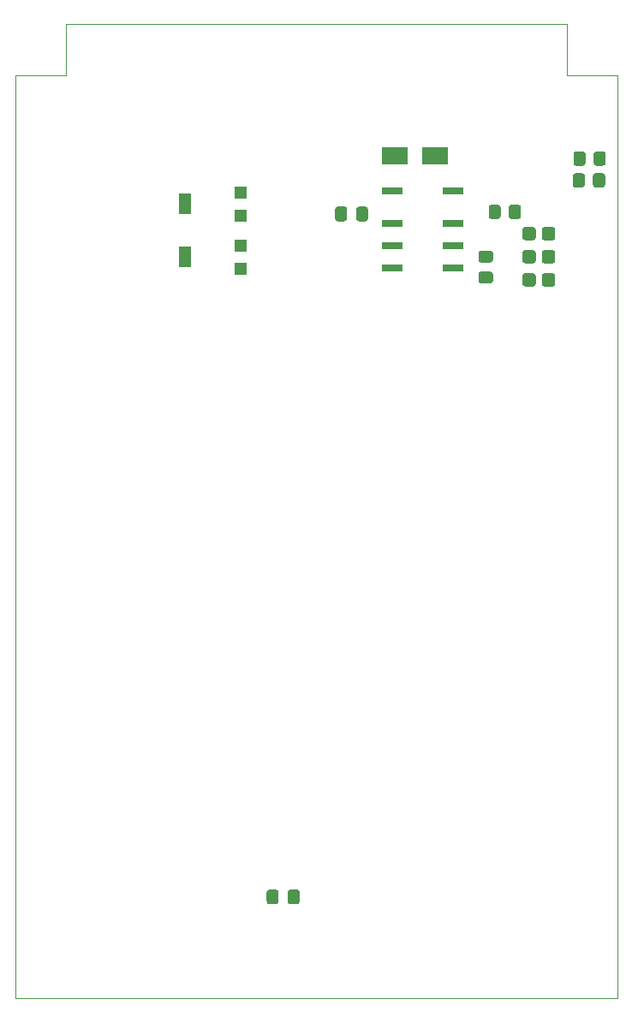
<source format=gbr>
%TF.GenerationSoftware,KiCad,Pcbnew,(5.1.7)-1*%
%TF.CreationDate,2021-10-21T20:17:54-07:00*%
%TF.ProjectId,Digital Board Rev 2,44696769-7461-46c2-9042-6f6172642052,rev?*%
%TF.SameCoordinates,Original*%
%TF.FileFunction,Paste,Top*%
%TF.FilePolarity,Positive*%
%FSLAX46Y46*%
G04 Gerber Fmt 4.6, Leading zero omitted, Abs format (unit mm)*
G04 Created by KiCad (PCBNEW (5.1.7)-1) date 2021-10-21 20:17:54*
%MOMM*%
%LPD*%
G01*
G04 APERTURE LIST*
%TA.AperFunction,Profile*%
%ADD10C,0.050000*%
%TD*%
%ADD11R,1.300000X1.300000*%
%ADD12R,1.300000X2.000000*%
%ADD13R,2.000000X0.700000*%
%ADD14R,2.500000X1.800000*%
G04 APERTURE END LIST*
D10*
X177750000Y-40750000D02*
X182750000Y-40750000D01*
X177750000Y-35750000D02*
X177750000Y-40750000D01*
X128250000Y-40750000D02*
X128250000Y-35750000D01*
X123250000Y-40750000D02*
X128250000Y-40750000D01*
X182750000Y-40750000D02*
X182750000Y-132080000D01*
X128250000Y-35750000D02*
X177750000Y-35750000D01*
X123250000Y-132080000D02*
X123250000Y-40750000D01*
X182750000Y-132080000D02*
X123250000Y-132080000D01*
%TO.C,R51*%
G36*
G01*
X172040500Y-54742501D02*
X172040500Y-53842499D01*
G75*
G02*
X172290499Y-53592500I249999J0D01*
G01*
X172990501Y-53592500D01*
G75*
G02*
X173240500Y-53842499I0J-249999D01*
G01*
X173240500Y-54742501D01*
G75*
G02*
X172990501Y-54992500I-249999J0D01*
G01*
X172290499Y-54992500D01*
G75*
G02*
X172040500Y-54742501I0J249999D01*
G01*
G37*
G36*
G01*
X170040500Y-54742501D02*
X170040500Y-53842499D01*
G75*
G02*
X170290499Y-53592500I249999J0D01*
G01*
X170990501Y-53592500D01*
G75*
G02*
X171240500Y-53842499I0J-249999D01*
G01*
X171240500Y-54742501D01*
G75*
G02*
X170990501Y-54992500I-249999J0D01*
G01*
X170290499Y-54992500D01*
G75*
G02*
X170040500Y-54742501I0J249999D01*
G01*
G37*
%TD*%
%TO.C,R12*%
G36*
G01*
X179622500Y-48571999D02*
X179622500Y-49472001D01*
G75*
G02*
X179372501Y-49722000I-249999J0D01*
G01*
X178672499Y-49722000D01*
G75*
G02*
X178422500Y-49472001I0J249999D01*
G01*
X178422500Y-48571999D01*
G75*
G02*
X178672499Y-48322000I249999J0D01*
G01*
X179372501Y-48322000D01*
G75*
G02*
X179622500Y-48571999I0J-249999D01*
G01*
G37*
G36*
G01*
X181622500Y-48571999D02*
X181622500Y-49472001D01*
G75*
G02*
X181372501Y-49722000I-249999J0D01*
G01*
X180672499Y-49722000D01*
G75*
G02*
X180422500Y-49472001I0J249999D01*
G01*
X180422500Y-48571999D01*
G75*
G02*
X180672499Y-48322000I249999J0D01*
G01*
X181372501Y-48322000D01*
G75*
G02*
X181622500Y-48571999I0J-249999D01*
G01*
G37*
%TD*%
%TO.C,D7*%
G36*
G01*
X174706000Y-58337500D02*
X174706000Y-59137500D01*
G75*
G02*
X174456000Y-59387500I-250000J0D01*
G01*
X173631000Y-59387500D01*
G75*
G02*
X173381000Y-59137500I0J250000D01*
G01*
X173381000Y-58337500D01*
G75*
G02*
X173631000Y-58087500I250000J0D01*
G01*
X174456000Y-58087500D01*
G75*
G02*
X174706000Y-58337500I0J-250000D01*
G01*
G37*
G36*
G01*
X176631000Y-58337500D02*
X176631000Y-59137500D01*
G75*
G02*
X176381000Y-59387500I-250000J0D01*
G01*
X175556000Y-59387500D01*
G75*
G02*
X175306000Y-59137500I0J250000D01*
G01*
X175306000Y-58337500D01*
G75*
G02*
X175556000Y-58087500I250000J0D01*
G01*
X176381000Y-58087500D01*
G75*
G02*
X176631000Y-58337500I0J-250000D01*
G01*
G37*
%TD*%
D11*
%TO.C,RV9*%
X145500000Y-57600000D03*
D12*
X140000000Y-58750000D03*
D11*
X145500000Y-59900000D03*
%TD*%
%TO.C,RV8*%
X145500000Y-52350000D03*
D12*
X140000000Y-53500000D03*
D11*
X145500000Y-54650000D03*
%TD*%
%TO.C,C19*%
G36*
G01*
X170225000Y-59300000D02*
X169275000Y-59300000D01*
G75*
G02*
X169025000Y-59050000I0J250000D01*
G01*
X169025000Y-58375000D01*
G75*
G02*
X169275000Y-58125000I250000J0D01*
G01*
X170225000Y-58125000D01*
G75*
G02*
X170475000Y-58375000I0J-250000D01*
G01*
X170475000Y-59050000D01*
G75*
G02*
X170225000Y-59300000I-250000J0D01*
G01*
G37*
G36*
G01*
X170225000Y-61375000D02*
X169275000Y-61375000D01*
G75*
G02*
X169025000Y-61125000I0J250000D01*
G01*
X169025000Y-60450000D01*
G75*
G02*
X169275000Y-60200000I250000J0D01*
G01*
X170225000Y-60200000D01*
G75*
G02*
X170475000Y-60450000I0J-250000D01*
G01*
X170475000Y-61125000D01*
G75*
G02*
X170225000Y-61375000I-250000J0D01*
G01*
G37*
%TD*%
%TO.C,C18*%
G36*
G01*
X156950000Y-54975000D02*
X156950000Y-54025000D01*
G75*
G02*
X157200000Y-53775000I250000J0D01*
G01*
X157875000Y-53775000D01*
G75*
G02*
X158125000Y-54025000I0J-250000D01*
G01*
X158125000Y-54975000D01*
G75*
G02*
X157875000Y-55225000I-250000J0D01*
G01*
X157200000Y-55225000D01*
G75*
G02*
X156950000Y-54975000I0J250000D01*
G01*
G37*
G36*
G01*
X154875000Y-54975000D02*
X154875000Y-54025000D01*
G75*
G02*
X155125000Y-53775000I250000J0D01*
G01*
X155800000Y-53775000D01*
G75*
G02*
X156050000Y-54025000I0J-250000D01*
G01*
X156050000Y-54975000D01*
G75*
G02*
X155800000Y-55225000I-250000J0D01*
G01*
X155125000Y-55225000D01*
G75*
G02*
X154875000Y-54975000I0J250000D01*
G01*
G37*
%TD*%
%TO.C,R52*%
G36*
G01*
X180359000Y-51631001D02*
X180359000Y-50730999D01*
G75*
G02*
X180608999Y-50481000I249999J0D01*
G01*
X181309001Y-50481000D01*
G75*
G02*
X181559000Y-50730999I0J-249999D01*
G01*
X181559000Y-51631001D01*
G75*
G02*
X181309001Y-51881000I-249999J0D01*
G01*
X180608999Y-51881000D01*
G75*
G02*
X180359000Y-51631001I0J249999D01*
G01*
G37*
G36*
G01*
X178359000Y-51631001D02*
X178359000Y-50730999D01*
G75*
G02*
X178608999Y-50481000I249999J0D01*
G01*
X179309001Y-50481000D01*
G75*
G02*
X179559000Y-50730999I0J-249999D01*
G01*
X179559000Y-51631001D01*
G75*
G02*
X179309001Y-51881000I-249999J0D01*
G01*
X178608999Y-51881000D01*
G75*
G02*
X178359000Y-51631001I0J249999D01*
G01*
G37*
%TD*%
D13*
%TO.C,K1*%
X160500000Y-59800000D03*
X166500000Y-59800000D03*
X160500000Y-57600000D03*
X166500000Y-57600000D03*
X160500000Y-55400000D03*
X166500000Y-55400000D03*
X160500000Y-52200000D03*
X166500000Y-52200000D03*
%TD*%
%TO.C,D5*%
G36*
G01*
X174706000Y-60623500D02*
X174706000Y-61423500D01*
G75*
G02*
X174456000Y-61673500I-250000J0D01*
G01*
X173631000Y-61673500D01*
G75*
G02*
X173381000Y-61423500I0J250000D01*
G01*
X173381000Y-60623500D01*
G75*
G02*
X173631000Y-60373500I250000J0D01*
G01*
X174456000Y-60373500D01*
G75*
G02*
X174706000Y-60623500I0J-250000D01*
G01*
G37*
G36*
G01*
X176631000Y-60623500D02*
X176631000Y-61423500D01*
G75*
G02*
X176381000Y-61673500I-250000J0D01*
G01*
X175556000Y-61673500D01*
G75*
G02*
X175306000Y-61423500I0J250000D01*
G01*
X175306000Y-60623500D01*
G75*
G02*
X175556000Y-60373500I250000J0D01*
G01*
X176381000Y-60373500D01*
G75*
G02*
X176631000Y-60623500I0J-250000D01*
G01*
G37*
%TD*%
%TO.C,D4*%
G36*
G01*
X174706000Y-56051500D02*
X174706000Y-56851500D01*
G75*
G02*
X174456000Y-57101500I-250000J0D01*
G01*
X173631000Y-57101500D01*
G75*
G02*
X173381000Y-56851500I0J250000D01*
G01*
X173381000Y-56051500D01*
G75*
G02*
X173631000Y-55801500I250000J0D01*
G01*
X174456000Y-55801500D01*
G75*
G02*
X174706000Y-56051500I0J-250000D01*
G01*
G37*
G36*
G01*
X176631000Y-56051500D02*
X176631000Y-56851500D01*
G75*
G02*
X176381000Y-57101500I-250000J0D01*
G01*
X175556000Y-57101500D01*
G75*
G02*
X175306000Y-56851500I0J250000D01*
G01*
X175306000Y-56051500D01*
G75*
G02*
X175556000Y-55801500I250000J0D01*
G01*
X176381000Y-55801500D01*
G75*
G02*
X176631000Y-56051500I0J-250000D01*
G01*
G37*
%TD*%
D14*
%TO.C,D3*%
X164750000Y-48750000D03*
X160750000Y-48750000D03*
%TD*%
%TO.C,C5*%
G36*
G01*
X150183000Y-122522000D02*
X150183000Y-121572000D01*
G75*
G02*
X150433000Y-121322000I250000J0D01*
G01*
X151108000Y-121322000D01*
G75*
G02*
X151358000Y-121572000I0J-250000D01*
G01*
X151358000Y-122522000D01*
G75*
G02*
X151108000Y-122772000I-250000J0D01*
G01*
X150433000Y-122772000D01*
G75*
G02*
X150183000Y-122522000I0J250000D01*
G01*
G37*
G36*
G01*
X148108000Y-122522000D02*
X148108000Y-121572000D01*
G75*
G02*
X148358000Y-121322000I250000J0D01*
G01*
X149033000Y-121322000D01*
G75*
G02*
X149283000Y-121572000I0J-250000D01*
G01*
X149283000Y-122522000D01*
G75*
G02*
X149033000Y-122772000I-250000J0D01*
G01*
X148358000Y-122772000D01*
G75*
G02*
X148108000Y-122522000I0J250000D01*
G01*
G37*
%TD*%
M02*

</source>
